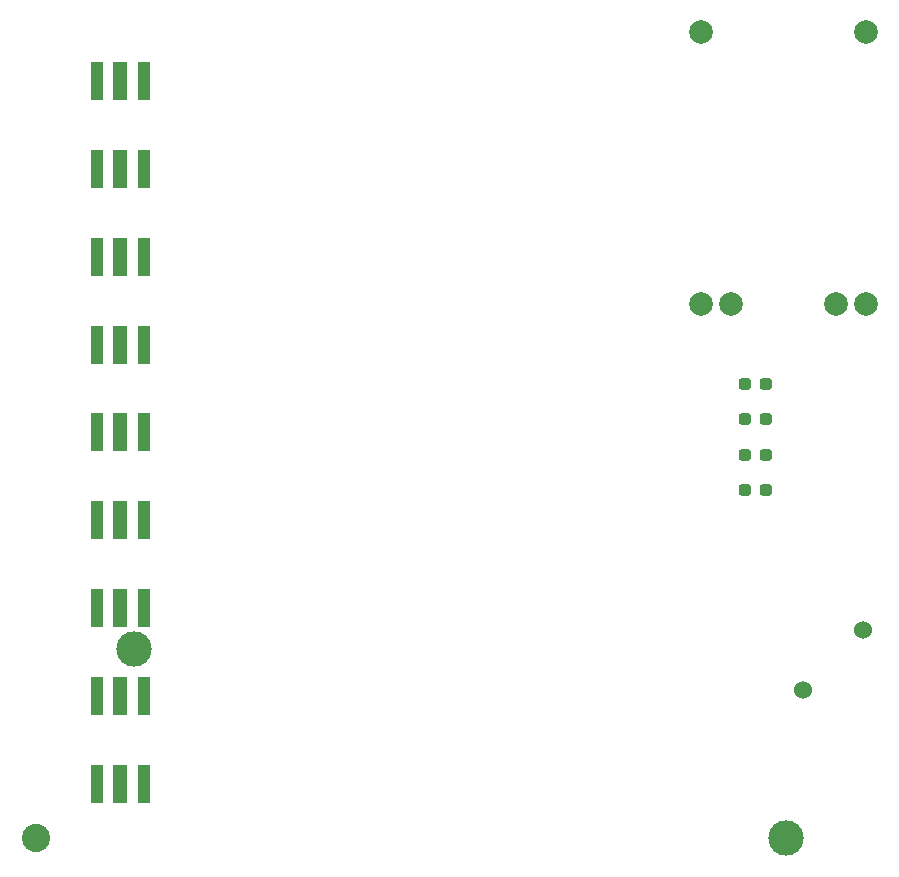
<source format=gbr>
%TF.GenerationSoftware,KiCad,Pcbnew,(6.0.6)*%
%TF.CreationDate,2022-11-03T15:56:01+01:00*%
%TF.ProjectId,Wasbeer-communicator,57617362-6565-4722-9d63-6f6d6d756e69,rev?*%
%TF.SameCoordinates,Original*%
%TF.FileFunction,Soldermask,Top*%
%TF.FilePolarity,Negative*%
%FSLAX46Y46*%
G04 Gerber Fmt 4.6, Leading zero omitted, Abs format (unit mm)*
G04 Created by KiCad (PCBNEW (6.0.6)) date 2022-11-03 15:56:01*
%MOMM*%
%LPD*%
G01*
G04 APERTURE LIST*
G04 Aperture macros list*
%AMRoundRect*
0 Rectangle with rounded corners*
0 $1 Rounding radius*
0 $2 $3 $4 $5 $6 $7 $8 $9 X,Y pos of 4 corners*
0 Add a 4 corners polygon primitive as box body*
4,1,4,$2,$3,$4,$5,$6,$7,$8,$9,$2,$3,0*
0 Add four circle primitives for the rounded corners*
1,1,$1+$1,$2,$3*
1,1,$1+$1,$4,$5*
1,1,$1+$1,$6,$7*
1,1,$1+$1,$8,$9*
0 Add four rect primitives between the rounded corners*
20,1,$1+$1,$2,$3,$4,$5,0*
20,1,$1+$1,$4,$5,$6,$7,0*
20,1,$1+$1,$6,$7,$8,$9,0*
20,1,$1+$1,$8,$9,$2,$3,0*%
G04 Aperture macros list end*
%ADD10RoundRect,0.237500X0.287500X0.237500X-0.287500X0.237500X-0.287500X-0.237500X0.287500X-0.237500X0*%
%ADD11R,1.300000X3.250000*%
%ADD12R,1.000000X3.250000*%
%ADD13C,1.524000*%
%ADD14C,3.000000*%
%ADD15C,2.390000*%
%ADD16C,2.000000*%
G04 APERTURE END LIST*
D10*
%TO.C,D13*%
X155875000Y-101000000D03*
X154125000Y-101000000D03*
%TD*%
D11*
%TO.C,D4*%
X101250000Y-88692186D03*
D12*
X99250000Y-88692186D03*
X103250000Y-88692186D03*
%TD*%
D10*
%TO.C,D10*%
X155875000Y-92000000D03*
X154125000Y-92000000D03*
%TD*%
D11*
%TO.C,D1*%
X101250000Y-66375000D03*
D12*
X99250000Y-66375000D03*
X103250000Y-66375000D03*
%TD*%
D11*
%TO.C,D8*%
X101250000Y-118448434D03*
D12*
X99250000Y-118448434D03*
X103250000Y-118448434D03*
%TD*%
D10*
%TO.C,D12*%
X155875000Y-95000000D03*
X154125000Y-95000000D03*
%TD*%
D11*
%TO.C,D5*%
X101250000Y-96131248D03*
D12*
X99250000Y-96131248D03*
X103250000Y-96131248D03*
%TD*%
D10*
%TO.C,D11*%
X155875000Y-98000000D03*
X154125000Y-98000000D03*
%TD*%
D11*
%TO.C,D6*%
X101250000Y-103570310D03*
D12*
X99250000Y-103570310D03*
X103250000Y-103570310D03*
%TD*%
D13*
%TO.C,SW1*%
X159080000Y-117920000D03*
X164160000Y-112840000D03*
%TD*%
D11*
%TO.C,D9*%
X101250000Y-125887500D03*
D12*
X99250000Y-125887500D03*
X103250000Y-125887500D03*
%TD*%
D11*
%TO.C,D7*%
X101250000Y-111009372D03*
D12*
X99250000Y-111009372D03*
X103250000Y-111009372D03*
%TD*%
D11*
%TO.C,D3*%
X101250000Y-81253124D03*
D12*
X99250000Y-81253124D03*
X103250000Y-81253124D03*
%TD*%
D11*
%TO.C,D2*%
X101250000Y-73814062D03*
D12*
X99250000Y-73814062D03*
X103250000Y-73814062D03*
%TD*%
D14*
%TO.C,BT1*%
X102400000Y-114500000D03*
D15*
X94060000Y-130500000D03*
D14*
X157600000Y-130500000D03*
%TD*%
D16*
%TO.C,U1*%
X150405000Y-62245000D03*
X164405000Y-62245000D03*
X150405000Y-85245000D03*
X164405000Y-85245000D03*
X152945000Y-85245000D03*
X161865000Y-85245000D03*
%TD*%
M02*

</source>
